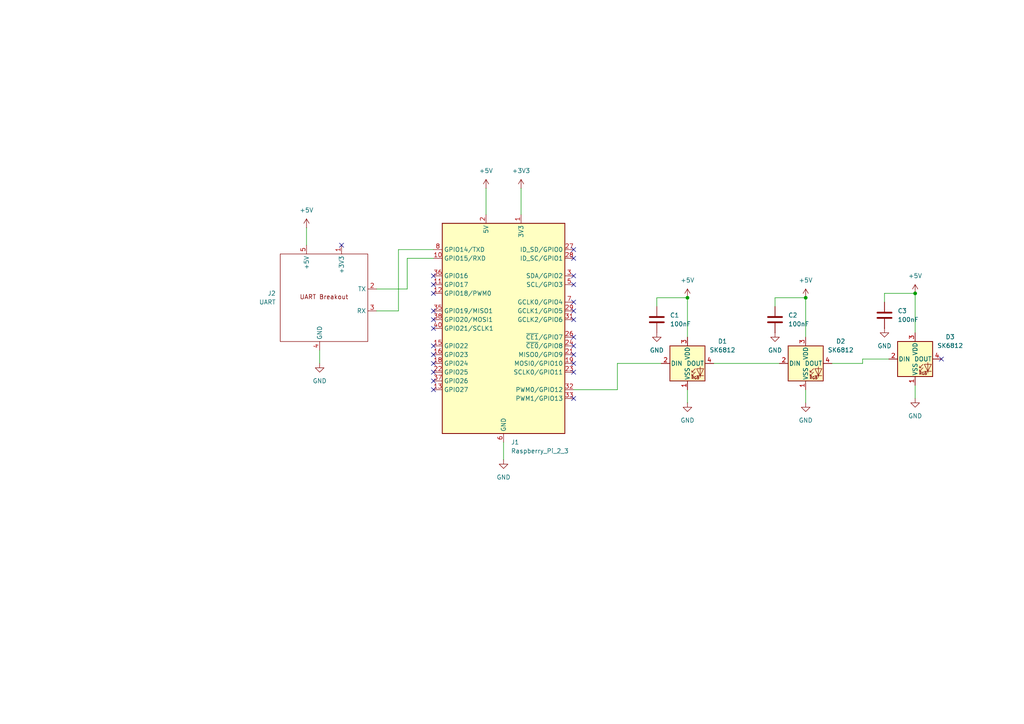
<source format=kicad_sch>
(kicad_sch
	(version 20250114)
	(generator "eeschema")
	(generator_version "9.0")
	(uuid "604ad3f1-983e-4e9b-bacf-93af136be8cb")
	(paper "A4")
	(lib_symbols
		(symbol "Connector:Raspberry_Pi_2_3"
			(exclude_from_sim no)
			(in_bom yes)
			(on_board yes)
			(property "Reference" "J"
				(at -17.78 31.75 0)
				(effects
					(font
						(size 1.27 1.27)
					)
					(justify left bottom)
				)
			)
			(property "Value" "Raspberry_Pi_2_3"
				(at 10.16 -31.75 0)
				(effects
					(font
						(size 1.27 1.27)
					)
					(justify left top)
				)
			)
			(property "Footprint" ""
				(at 0 0 0)
				(effects
					(font
						(size 1.27 1.27)
					)
					(hide yes)
				)
			)
			(property "Datasheet" "https://www.raspberrypi.org/documentation/hardware/raspberrypi/schematics/rpi_SCH_3bplus_1p0_reduced.pdf"
				(at 60.96 -44.45 0)
				(effects
					(font
						(size 1.27 1.27)
					)
					(hide yes)
				)
			)
			(property "Description" "expansion header for Raspberry Pi 2 & 3"
				(at 0 0 0)
				(effects
					(font
						(size 1.27 1.27)
					)
					(hide yes)
				)
			)
			(property "ki_keywords" "raspberrypi gpio"
				(at 0 0 0)
				(effects
					(font
						(size 1.27 1.27)
					)
					(hide yes)
				)
			)
			(property "ki_fp_filters" "PinHeader*2x20*P2.54mm*Vertical* PinSocket*2x20*P2.54mm*Vertical*"
				(at 0 0 0)
				(effects
					(font
						(size 1.27 1.27)
					)
					(hide yes)
				)
			)
			(symbol "Raspberry_Pi_2_3_0_1"
				(rectangle
					(start -17.78 30.48)
					(end 17.78 -30.48)
					(stroke
						(width 0.254)
						(type default)
					)
					(fill
						(type background)
					)
				)
			)
			(symbol "Raspberry_Pi_2_3_1_1"
				(pin bidirectional line
					(at -20.32 22.86 0)
					(length 2.54)
					(name "GPIO14/TXD"
						(effects
							(font
								(size 1.27 1.27)
							)
						)
					)
					(number "8"
						(effects
							(font
								(size 1.27 1.27)
							)
						)
					)
				)
				(pin bidirectional line
					(at -20.32 20.32 0)
					(length 2.54)
					(name "GPIO15/RXD"
						(effects
							(font
								(size 1.27 1.27)
							)
						)
					)
					(number "10"
						(effects
							(font
								(size 1.27 1.27)
							)
						)
					)
				)
				(pin bidirectional line
					(at -20.32 15.24 0)
					(length 2.54)
					(name "GPIO16"
						(effects
							(font
								(size 1.27 1.27)
							)
						)
					)
					(number "36"
						(effects
							(font
								(size 1.27 1.27)
							)
						)
					)
				)
				(pin bidirectional line
					(at -20.32 12.7 0)
					(length 2.54)
					(name "GPIO17"
						(effects
							(font
								(size 1.27 1.27)
							)
						)
					)
					(number "11"
						(effects
							(font
								(size 1.27 1.27)
							)
						)
					)
				)
				(pin bidirectional line
					(at -20.32 10.16 0)
					(length 2.54)
					(name "GPIO18/PWM0"
						(effects
							(font
								(size 1.27 1.27)
							)
						)
					)
					(number "12"
						(effects
							(font
								(size 1.27 1.27)
							)
						)
					)
				)
				(pin bidirectional line
					(at -20.32 5.08 0)
					(length 2.54)
					(name "GPIO19/MISO1"
						(effects
							(font
								(size 1.27 1.27)
							)
						)
					)
					(number "35"
						(effects
							(font
								(size 1.27 1.27)
							)
						)
					)
				)
				(pin bidirectional line
					(at -20.32 2.54 0)
					(length 2.54)
					(name "GPIO20/MOSI1"
						(effects
							(font
								(size 1.27 1.27)
							)
						)
					)
					(number "38"
						(effects
							(font
								(size 1.27 1.27)
							)
						)
					)
				)
				(pin bidirectional line
					(at -20.32 0 0)
					(length 2.54)
					(name "GPIO21/SCLK1"
						(effects
							(font
								(size 1.27 1.27)
							)
						)
					)
					(number "40"
						(effects
							(font
								(size 1.27 1.27)
							)
						)
					)
				)
				(pin bidirectional line
					(at -20.32 -5.08 0)
					(length 2.54)
					(name "GPIO22"
						(effects
							(font
								(size 1.27 1.27)
							)
						)
					)
					(number "15"
						(effects
							(font
								(size 1.27 1.27)
							)
						)
					)
				)
				(pin bidirectional line
					(at -20.32 -7.62 0)
					(length 2.54)
					(name "GPIO23"
						(effects
							(font
								(size 1.27 1.27)
							)
						)
					)
					(number "16"
						(effects
							(font
								(size 1.27 1.27)
							)
						)
					)
				)
				(pin bidirectional line
					(at -20.32 -10.16 0)
					(length 2.54)
					(name "GPIO24"
						(effects
							(font
								(size 1.27 1.27)
							)
						)
					)
					(number "18"
						(effects
							(font
								(size 1.27 1.27)
							)
						)
					)
				)
				(pin bidirectional line
					(at -20.32 -12.7 0)
					(length 2.54)
					(name "GPIO25"
						(effects
							(font
								(size 1.27 1.27)
							)
						)
					)
					(number "22"
						(effects
							(font
								(size 1.27 1.27)
							)
						)
					)
				)
				(pin bidirectional line
					(at -20.32 -15.24 0)
					(length 2.54)
					(name "GPIO26"
						(effects
							(font
								(size 1.27 1.27)
							)
						)
					)
					(number "37"
						(effects
							(font
								(size 1.27 1.27)
							)
						)
					)
				)
				(pin bidirectional line
					(at -20.32 -17.78 0)
					(length 2.54)
					(name "GPIO27"
						(effects
							(font
								(size 1.27 1.27)
							)
						)
					)
					(number "13"
						(effects
							(font
								(size 1.27 1.27)
							)
						)
					)
				)
				(pin power_in line
					(at -5.08 33.02 270)
					(length 2.54)
					(name "5V"
						(effects
							(font
								(size 1.27 1.27)
							)
						)
					)
					(number "2"
						(effects
							(font
								(size 1.27 1.27)
							)
						)
					)
				)
				(pin passive line
					(at -5.08 33.02 270)
					(length 2.54)
					(hide yes)
					(name "5V"
						(effects
							(font
								(size 1.27 1.27)
							)
						)
					)
					(number "4"
						(effects
							(font
								(size 1.27 1.27)
							)
						)
					)
				)
				(pin passive line
					(at 0 -33.02 90)
					(length 2.54)
					(hide yes)
					(name "GND"
						(effects
							(font
								(size 1.27 1.27)
							)
						)
					)
					(number "14"
						(effects
							(font
								(size 1.27 1.27)
							)
						)
					)
				)
				(pin passive line
					(at 0 -33.02 90)
					(length 2.54)
					(hide yes)
					(name "GND"
						(effects
							(font
								(size 1.27 1.27)
							)
						)
					)
					(number "20"
						(effects
							(font
								(size 1.27 1.27)
							)
						)
					)
				)
				(pin passive line
					(at 0 -33.02 90)
					(length 2.54)
					(hide yes)
					(name "GND"
						(effects
							(font
								(size 1.27 1.27)
							)
						)
					)
					(number "25"
						(effects
							(font
								(size 1.27 1.27)
							)
						)
					)
				)
				(pin passive line
					(at 0 -33.02 90)
					(length 2.54)
					(hide yes)
					(name "GND"
						(effects
							(font
								(size 1.27 1.27)
							)
						)
					)
					(number "30"
						(effects
							(font
								(size 1.27 1.27)
							)
						)
					)
				)
				(pin passive line
					(at 0 -33.02 90)
					(length 2.54)
					(hide yes)
					(name "GND"
						(effects
							(font
								(size 1.27 1.27)
							)
						)
					)
					(number "34"
						(effects
							(font
								(size 1.27 1.27)
							)
						)
					)
				)
				(pin passive line
					(at 0 -33.02 90)
					(length 2.54)
					(hide yes)
					(name "GND"
						(effects
							(font
								(size 1.27 1.27)
							)
						)
					)
					(number "39"
						(effects
							(font
								(size 1.27 1.27)
							)
						)
					)
				)
				(pin power_in line
					(at 0 -33.02 90)
					(length 2.54)
					(name "GND"
						(effects
							(font
								(size 1.27 1.27)
							)
						)
					)
					(number "6"
						(effects
							(font
								(size 1.27 1.27)
							)
						)
					)
				)
				(pin passive line
					(at 0 -33.02 90)
					(length 2.54)
					(hide yes)
					(name "GND"
						(effects
							(font
								(size 1.27 1.27)
							)
						)
					)
					(number "9"
						(effects
							(font
								(size 1.27 1.27)
							)
						)
					)
				)
				(pin power_in line
					(at 5.08 33.02 270)
					(length 2.54)
					(name "3V3"
						(effects
							(font
								(size 1.27 1.27)
							)
						)
					)
					(number "1"
						(effects
							(font
								(size 1.27 1.27)
							)
						)
					)
				)
				(pin passive line
					(at 5.08 33.02 270)
					(length 2.54)
					(hide yes)
					(name "3V3"
						(effects
							(font
								(size 1.27 1.27)
							)
						)
					)
					(number "17"
						(effects
							(font
								(size 1.27 1.27)
							)
						)
					)
				)
				(pin bidirectional line
					(at 20.32 22.86 180)
					(length 2.54)
					(name "ID_SD/GPIO0"
						(effects
							(font
								(size 1.27 1.27)
							)
						)
					)
					(number "27"
						(effects
							(font
								(size 1.27 1.27)
							)
						)
					)
				)
				(pin bidirectional line
					(at 20.32 20.32 180)
					(length 2.54)
					(name "ID_SC/GPIO1"
						(effects
							(font
								(size 1.27 1.27)
							)
						)
					)
					(number "28"
						(effects
							(font
								(size 1.27 1.27)
							)
						)
					)
				)
				(pin bidirectional line
					(at 20.32 15.24 180)
					(length 2.54)
					(name "SDA/GPIO2"
						(effects
							(font
								(size 1.27 1.27)
							)
						)
					)
					(number "3"
						(effects
							(font
								(size 1.27 1.27)
							)
						)
					)
				)
				(pin bidirectional line
					(at 20.32 12.7 180)
					(length 2.54)
					(name "SCL/GPIO3"
						(effects
							(font
								(size 1.27 1.27)
							)
						)
					)
					(number "5"
						(effects
							(font
								(size 1.27 1.27)
							)
						)
					)
				)
				(pin bidirectional line
					(at 20.32 7.62 180)
					(length 2.54)
					(name "GCLK0/GPIO4"
						(effects
							(font
								(size 1.27 1.27)
							)
						)
					)
					(number "7"
						(effects
							(font
								(size 1.27 1.27)
							)
						)
					)
				)
				(pin bidirectional line
					(at 20.32 5.08 180)
					(length 2.54)
					(name "GCLK1/GPIO5"
						(effects
							(font
								(size 1.27 1.27)
							)
						)
					)
					(number "29"
						(effects
							(font
								(size 1.27 1.27)
							)
						)
					)
				)
				(pin bidirectional line
					(at 20.32 2.54 180)
					(length 2.54)
					(name "GCLK2/GPIO6"
						(effects
							(font
								(size 1.27 1.27)
							)
						)
					)
					(number "31"
						(effects
							(font
								(size 1.27 1.27)
							)
						)
					)
				)
				(pin bidirectional line
					(at 20.32 -2.54 180)
					(length 2.54)
					(name "~{CE1}/GPIO7"
						(effects
							(font
								(size 1.27 1.27)
							)
						)
					)
					(number "26"
						(effects
							(font
								(size 1.27 1.27)
							)
						)
					)
				)
				(pin bidirectional line
					(at 20.32 -5.08 180)
					(length 2.54)
					(name "~{CE0}/GPIO8"
						(effects
							(font
								(size 1.27 1.27)
							)
						)
					)
					(number "24"
						(effects
							(font
								(size 1.27 1.27)
							)
						)
					)
				)
				(pin bidirectional line
					(at 20.32 -7.62 180)
					(length 2.54)
					(name "MISO0/GPIO9"
						(effects
							(font
								(size 1.27 1.27)
							)
						)
					)
					(number "21"
						(effects
							(font
								(size 1.27 1.27)
							)
						)
					)
				)
				(pin bidirectional line
					(at 20.32 -10.16 180)
					(length 2.54)
					(name "MOSI0/GPIO10"
						(effects
							(font
								(size 1.27 1.27)
							)
						)
					)
					(number "19"
						(effects
							(font
								(size 1.27 1.27)
							)
						)
					)
				)
				(pin bidirectional line
					(at 20.32 -12.7 180)
					(length 2.54)
					(name "SCLK0/GPIO11"
						(effects
							(font
								(size 1.27 1.27)
							)
						)
					)
					(number "23"
						(effects
							(font
								(size 1.27 1.27)
							)
						)
					)
				)
				(pin bidirectional line
					(at 20.32 -17.78 180)
					(length 2.54)
					(name "PWM0/GPIO12"
						(effects
							(font
								(size 1.27 1.27)
							)
						)
					)
					(number "32"
						(effects
							(font
								(size 1.27 1.27)
							)
						)
					)
				)
				(pin bidirectional line
					(at 20.32 -20.32 180)
					(length 2.54)
					(name "PWM1/GPIO13"
						(effects
							(font
								(size 1.27 1.27)
							)
						)
					)
					(number "33"
						(effects
							(font
								(size 1.27 1.27)
							)
						)
					)
				)
			)
			(embedded_fonts no)
		)
		(symbol "Device:C"
			(pin_numbers
				(hide yes)
			)
			(pin_names
				(offset 0.254)
			)
			(exclude_from_sim no)
			(in_bom yes)
			(on_board yes)
			(property "Reference" "C"
				(at 0.635 2.54 0)
				(effects
					(font
						(size 1.27 1.27)
					)
					(justify left)
				)
			)
			(property "Value" "C"
				(at 0.635 -2.54 0)
				(effects
					(font
						(size 1.27 1.27)
					)
					(justify left)
				)
			)
			(property "Footprint" ""
				(at 0.9652 -3.81 0)
				(effects
					(font
						(size 1.27 1.27)
					)
					(hide yes)
				)
			)
			(property "Datasheet" "~"
				(at 0 0 0)
				(effects
					(font
						(size 1.27 1.27)
					)
					(hide yes)
				)
			)
			(property "Description" "Unpolarized capacitor"
				(at 0 0 0)
				(effects
					(font
						(size 1.27 1.27)
					)
					(hide yes)
				)
			)
			(property "ki_keywords" "cap capacitor"
				(at 0 0 0)
				(effects
					(font
						(size 1.27 1.27)
					)
					(hide yes)
				)
			)
			(property "ki_fp_filters" "C_*"
				(at 0 0 0)
				(effects
					(font
						(size 1.27 1.27)
					)
					(hide yes)
				)
			)
			(symbol "C_0_1"
				(polyline
					(pts
						(xy -2.032 0.762) (xy 2.032 0.762)
					)
					(stroke
						(width 0.508)
						(type default)
					)
					(fill
						(type none)
					)
				)
				(polyline
					(pts
						(xy -2.032 -0.762) (xy 2.032 -0.762)
					)
					(stroke
						(width 0.508)
						(type default)
					)
					(fill
						(type none)
					)
				)
			)
			(symbol "C_1_1"
				(pin passive line
					(at 0 3.81 270)
					(length 2.794)
					(name "~"
						(effects
							(font
								(size 1.27 1.27)
							)
						)
					)
					(number "1"
						(effects
							(font
								(size 1.27 1.27)
							)
						)
					)
				)
				(pin passive line
					(at 0 -3.81 90)
					(length 2.794)
					(name "~"
						(effects
							(font
								(size 1.27 1.27)
							)
						)
					)
					(number "2"
						(effects
							(font
								(size 1.27 1.27)
							)
						)
					)
				)
			)
			(embedded_fonts no)
		)
		(symbol "LED:SK6812"
			(pin_names
				(offset 0.254)
			)
			(exclude_from_sim no)
			(in_bom yes)
			(on_board yes)
			(property "Reference" "D"
				(at 5.08 5.715 0)
				(effects
					(font
						(size 1.27 1.27)
					)
					(justify right bottom)
				)
			)
			(property "Value" "SK6812"
				(at 1.27 -5.715 0)
				(effects
					(font
						(size 1.27 1.27)
					)
					(justify left top)
				)
			)
			(property "Footprint" "LED_SMD:LED_SK6812_PLCC4_5.0x5.0mm_P3.2mm"
				(at 1.27 -7.62 0)
				(effects
					(font
						(size 1.27 1.27)
					)
					(justify left top)
					(hide yes)
				)
			)
			(property "Datasheet" "https://cdn-shop.adafruit.com/product-files/1138/SK6812+LED+datasheet+.pdf"
				(at 2.54 -9.525 0)
				(effects
					(font
						(size 1.27 1.27)
					)
					(justify left top)
					(hide yes)
				)
			)
			(property "Description" "RGB LED with integrated controller"
				(at 0 0 0)
				(effects
					(font
						(size 1.27 1.27)
					)
					(hide yes)
				)
			)
			(property "ki_keywords" "RGB LED NeoPixel addressable"
				(at 0 0 0)
				(effects
					(font
						(size 1.27 1.27)
					)
					(hide yes)
				)
			)
			(property "ki_fp_filters" "LED*SK6812*PLCC*5.0x5.0mm*P3.2mm*"
				(at 0 0 0)
				(effects
					(font
						(size 1.27 1.27)
					)
					(hide yes)
				)
			)
			(symbol "SK6812_0_0"
				(text "RGB"
					(at 2.286 -4.191 0)
					(effects
						(font
							(size 0.762 0.762)
						)
					)
				)
			)
			(symbol "SK6812_0_1"
				(polyline
					(pts
						(xy 1.27 -2.54) (xy 1.778 -2.54)
					)
					(stroke
						(width 0)
						(type default)
					)
					(fill
						(type none)
					)
				)
				(polyline
					(pts
						(xy 1.27 -3.556) (xy 1.778 -3.556)
					)
					(stroke
						(width 0)
						(type default)
					)
					(fill
						(type none)
					)
				)
				(polyline
					(pts
						(xy 2.286 -1.524) (xy 1.27 -2.54) (xy 1.27 -2.032)
					)
					(stroke
						(width 0)
						(type default)
					)
					(fill
						(type none)
					)
				)
				(polyline
					(pts
						(xy 2.286 -2.54) (xy 1.27 -3.556) (xy 1.27 -3.048)
					)
					(stroke
						(width 0)
						(type default)
					)
					(fill
						(type none)
					)
				)
				(polyline
					(pts
						(xy 3.683 -1.016) (xy 3.683 -3.556) (xy 3.683 -4.064)
					)
					(stroke
						(width 0)
						(type default)
					)
					(fill
						(type none)
					)
				)
				(polyline
					(pts
						(xy 4.699 -1.524) (xy 2.667 -1.524) (xy 3.683 -3.556) (xy 4.699 -1.524)
					)
					(stroke
						(width 0)
						(type default)
					)
					(fill
						(type none)
					)
				)
				(polyline
					(pts
						(xy 4.699 -3.556) (xy 2.667 -3.556)
					)
					(stroke
						(width 0)
						(type default)
					)
					(fill
						(type none)
					)
				)
				(rectangle
					(start 5.08 5.08)
					(end -5.08 -5.08)
					(stroke
						(width 0.254)
						(type default)
					)
					(fill
						(type background)
					)
				)
			)
			(symbol "SK6812_1_1"
				(pin input line
					(at -7.62 0 0)
					(length 2.54)
					(name "DIN"
						(effects
							(font
								(size 1.27 1.27)
							)
						)
					)
					(number "2"
						(effects
							(font
								(size 1.27 1.27)
							)
						)
					)
				)
				(pin power_in line
					(at 0 7.62 270)
					(length 2.54)
					(name "VDD"
						(effects
							(font
								(size 1.27 1.27)
							)
						)
					)
					(number "3"
						(effects
							(font
								(size 1.27 1.27)
							)
						)
					)
				)
				(pin power_in line
					(at 0 -7.62 90)
					(length 2.54)
					(name "VSS"
						(effects
							(font
								(size 1.27 1.27)
							)
						)
					)
					(number "1"
						(effects
							(font
								(size 1.27 1.27)
							)
						)
					)
				)
				(pin output line
					(at 7.62 0 180)
					(length 2.54)
					(name "DOUT"
						(effects
							(font
								(size 1.27 1.27)
							)
						)
					)
					(number "4"
						(effects
							(font
								(size 1.27 1.27)
							)
						)
					)
				)
			)
			(embedded_fonts no)
		)
		(symbol "pcb_lab_v2_base:UART_Breakout"
			(exclude_from_sim no)
			(in_bom yes)
			(on_board yes)
			(property "Reference" "J"
				(at 0 0 0)
				(effects
					(font
						(size 1.27 1.27)
					)
				)
			)
			(property "Value" ""
				(at 0 0 0)
				(effects
					(font
						(size 1.27 1.27)
					)
				)
			)
			(property "Footprint" ""
				(at 0 0 0)
				(effects
					(font
						(size 1.27 1.27)
					)
					(hide yes)
				)
			)
			(property "Datasheet" ""
				(at 0 0 0)
				(effects
					(font
						(size 1.27 1.27)
					)
					(hide yes)
				)
			)
			(property "Description" ""
				(at 0 0 0)
				(effects
					(font
						(size 1.27 1.27)
					)
					(hide yes)
				)
			)
			(symbol "UART_Breakout_0_1"
				(rectangle
					(start 2.54 0)
					(end 27.94 -25.4)
					(stroke
						(width 0)
						(type default)
					)
					(fill
						(type none)
					)
				)
			)
			(symbol "UART_Breakout_1_1"
				(text "UART Breakout"
					(at 15.24 -12.446 0)
					(effects
						(font
							(size 1.27 1.27)
						)
					)
				)
				(pin power_out line
					(at 10.16 2.54 270)
					(length 2.54)
					(name "+5V"
						(effects
							(font
								(size 1.27 1.27)
							)
						)
					)
					(number "5"
						(effects
							(font
								(size 1.27 1.27)
							)
						)
					)
				)
				(pin power_out line
					(at 13.97 -27.94 90)
					(length 2.54)
					(name "GND"
						(effects
							(font
								(size 1.27 1.27)
							)
						)
					)
					(number "4"
						(effects
							(font
								(size 1.27 1.27)
							)
						)
					)
				)
				(pin power_out line
					(at 20.32 2.54 270)
					(length 2.54)
					(name "+3V3"
						(effects
							(font
								(size 1.27 1.27)
							)
						)
					)
					(number "1"
						(effects
							(font
								(size 1.27 1.27)
							)
						)
					)
				)
				(pin output line
					(at 30.48 -10.16 180)
					(length 2.54)
					(name "TX"
						(effects
							(font
								(size 1.27 1.27)
							)
						)
					)
					(number "2"
						(effects
							(font
								(size 1.27 1.27)
							)
						)
					)
				)
				(pin input line
					(at 30.48 -16.51 180)
					(length 2.54)
					(name "RX"
						(effects
							(font
								(size 1.27 1.27)
							)
						)
					)
					(number "3"
						(effects
							(font
								(size 1.27 1.27)
							)
						)
					)
				)
			)
			(embedded_fonts no)
		)
		(symbol "power:+3V3"
			(power)
			(pin_numbers
				(hide yes)
			)
			(pin_names
				(offset 0)
				(hide yes)
			)
			(exclude_from_sim no)
			(in_bom yes)
			(on_board yes)
			(property "Reference" "#PWR"
				(at 0 -3.81 0)
				(effects
					(font
						(size 1.27 1.27)
					)
					(hide yes)
				)
			)
			(property "Value" "+3V3"
				(at 0 3.556 0)
				(effects
					(font
						(size 1.27 1.27)
					)
				)
			)
			(property "Footprint" ""
				(at 0 0 0)
				(effects
					(font
						(size 1.27 1.27)
					)
					(hide yes)
				)
			)
			(property "Datasheet" ""
				(at 0 0 0)
				(effects
					(font
						(size 1.27 1.27)
					)
					(hide yes)
				)
			)
			(property "Description" "Power symbol creates a global label with name \"+3V3\""
				(at 0 0 0)
				(effects
					(font
						(size 1.27 1.27)
					)
					(hide yes)
				)
			)
			(property "ki_keywords" "global power"
				(at 0 0 0)
				(effects
					(font
						(size 1.27 1.27)
					)
					(hide yes)
				)
			)
			(symbol "+3V3_0_1"
				(polyline
					(pts
						(xy -0.762 1.27) (xy 0 2.54)
					)
					(stroke
						(width 0)
						(type default)
					)
					(fill
						(type none)
					)
				)
				(polyline
					(pts
						(xy 0 2.54) (xy 0.762 1.27)
					)
					(stroke
						(width 0)
						(type default)
					)
					(fill
						(type none)
					)
				)
				(polyline
					(pts
						(xy 0 0) (xy 0 2.54)
					)
					(stroke
						(width 0)
						(type default)
					)
					(fill
						(type none)
					)
				)
			)
			(symbol "+3V3_1_1"
				(pin power_in line
					(at 0 0 90)
					(length 0)
					(name "~"
						(effects
							(font
								(size 1.27 1.27)
							)
						)
					)
					(number "1"
						(effects
							(font
								(size 1.27 1.27)
							)
						)
					)
				)
			)
			(embedded_fonts no)
		)
		(symbol "power:+5V"
			(power)
			(pin_numbers
				(hide yes)
			)
			(pin_names
				(offset 0)
				(hide yes)
			)
			(exclude_from_sim no)
			(in_bom yes)
			(on_board yes)
			(property "Reference" "#PWR"
				(at 0 -3.81 0)
				(effects
					(font
						(size 1.27 1.27)
					)
					(hide yes)
				)
			)
			(property "Value" "+5V"
				(at 0 3.556 0)
				(effects
					(font
						(size 1.27 1.27)
					)
				)
			)
			(property "Footprint" ""
				(at 0 0 0)
				(effects
					(font
						(size 1.27 1.27)
					)
					(hide yes)
				)
			)
			(property "Datasheet" ""
				(at 0 0 0)
				(effects
					(font
						(size 1.27 1.27)
					)
					(hide yes)
				)
			)
			(property "Description" "Power symbol creates a global label with name \"+5V\""
				(at 0 0 0)
				(effects
					(font
						(size 1.27 1.27)
					)
					(hide yes)
				)
			)
			(property "ki_keywords" "global power"
				(at 0 0 0)
				(effects
					(font
						(size 1.27 1.27)
					)
					(hide yes)
				)
			)
			(symbol "+5V_0_1"
				(polyline
					(pts
						(xy -0.762 1.27) (xy 0 2.54)
					)
					(stroke
						(width 0)
						(type default)
					)
					(fill
						(type none)
					)
				)
				(polyline
					(pts
						(xy 0 2.54) (xy 0.762 1.27)
					)
					(stroke
						(width 0)
						(type default)
					)
					(fill
						(type none)
					)
				)
				(polyline
					(pts
						(xy 0 0) (xy 0 2.54)
					)
					(stroke
						(width 0)
						(type default)
					)
					(fill
						(type none)
					)
				)
			)
			(symbol "+5V_1_1"
				(pin power_in line
					(at 0 0 90)
					(length 0)
					(name "~"
						(effects
							(font
								(size 1.27 1.27)
							)
						)
					)
					(number "1"
						(effects
							(font
								(size 1.27 1.27)
							)
						)
					)
				)
			)
			(embedded_fonts no)
		)
		(symbol "power:GND"
			(power)
			(pin_numbers
				(hide yes)
			)
			(pin_names
				(offset 0)
				(hide yes)
			)
			(exclude_from_sim no)
			(in_bom yes)
			(on_board yes)
			(property "Reference" "#PWR"
				(at 0 -6.35 0)
				(effects
					(font
						(size 1.27 1.27)
					)
					(hide yes)
				)
			)
			(property "Value" "GND"
				(at 0 -3.81 0)
				(effects
					(font
						(size 1.27 1.27)
					)
				)
			)
			(property "Footprint" ""
				(at 0 0 0)
				(effects
					(font
						(size 1.27 1.27)
					)
					(hide yes)
				)
			)
			(property "Datasheet" ""
				(at 0 0 0)
				(effects
					(font
						(size 1.27 1.27)
					)
					(hide yes)
				)
			)
			(property "Description" "Power symbol creates a global label with name \"GND\" , ground"
				(at 0 0 0)
				(effects
					(font
						(size 1.27 1.27)
					)
					(hide yes)
				)
			)
			(property "ki_keywords" "global power"
				(at 0 0 0)
				(effects
					(font
						(size 1.27 1.27)
					)
					(hide yes)
				)
			)
			(symbol "GND_0_1"
				(polyline
					(pts
						(xy 0 0) (xy 0 -1.27) (xy 1.27 -1.27) (xy 0 -2.54) (xy -1.27 -1.27) (xy 0 -1.27)
					)
					(stroke
						(width 0)
						(type default)
					)
					(fill
						(type none)
					)
				)
			)
			(symbol "GND_1_1"
				(pin power_in line
					(at 0 0 270)
					(length 0)
					(name "~"
						(effects
							(font
								(size 1.27 1.27)
							)
						)
					)
					(number "1"
						(effects
							(font
								(size 1.27 1.27)
							)
						)
					)
				)
			)
			(embedded_fonts no)
		)
	)
	(junction
		(at 199.39 86.36)
		(diameter 0)
		(color 0 0 0 0)
		(uuid "92b87c1f-acf7-44dd-953c-b5dc8a1a0f8c")
	)
	(junction
		(at 265.43 85.09)
		(diameter 0)
		(color 0 0 0 0)
		(uuid "9d38f8e4-69d3-4c07-805b-1385016acc99")
	)
	(junction
		(at 233.68 86.36)
		(diameter 0)
		(color 0 0 0 0)
		(uuid "e1afbfe7-90e6-47f7-a646-60174c0e785d")
	)
	(no_connect
		(at 166.37 97.79)
		(uuid "16e78cba-878e-4222-91e4-e088cb39aaa7")
	)
	(no_connect
		(at 125.73 80.01)
		(uuid "2127d04e-09a3-47a1-b4b8-65a05b78e9b3")
	)
	(no_connect
		(at 166.37 107.95)
		(uuid "22ccb561-7131-46ad-a21a-7e6074fe9bd1")
	)
	(no_connect
		(at 125.73 102.87)
		(uuid "23344369-0063-45f0-abbe-c7f733ad9f0a")
	)
	(no_connect
		(at 166.37 74.93)
		(uuid "2b299a07-d660-4d14-b4e9-00f2f516b48b")
	)
	(no_connect
		(at 166.37 115.57)
		(uuid "3596e9f2-ab36-42f3-81f3-54db60cd4b55")
	)
	(no_connect
		(at 125.73 92.71)
		(uuid "43b4b706-50a7-4ef3-ad5b-e81a6ccd8f1a")
	)
	(no_connect
		(at 166.37 82.55)
		(uuid "4712bfe5-3d2f-43a3-8cbd-148906d47874")
	)
	(no_connect
		(at 166.37 92.71)
		(uuid "50e0ed38-c392-4cf6-826c-a8ba53a48e19")
	)
	(no_connect
		(at 125.73 105.41)
		(uuid "52bd575c-58ea-4ae6-ac98-a4a415555ee4")
	)
	(no_connect
		(at 125.73 113.03)
		(uuid "5d9de2a9-07a8-487d-a1eb-b3eb64d0cc51")
	)
	(no_connect
		(at 273.05 104.14)
		(uuid "6140b8a3-74e5-4f7c-994a-c34ba1da514a")
	)
	(no_connect
		(at 166.37 87.63)
		(uuid "67ca73b4-735d-4fe8-b724-5560685f2086")
	)
	(no_connect
		(at 125.73 82.55)
		(uuid "8a87058d-c673-4241-807a-63d0a88e33fd")
	)
	(no_connect
		(at 125.73 85.09)
		(uuid "8e6b2ab4-7630-4434-8df1-b233a9d96f66")
	)
	(no_connect
		(at 125.73 110.49)
		(uuid "908b0fc5-d4e3-4537-9cfb-fd1782d47cdc")
	)
	(no_connect
		(at 125.73 90.17)
		(uuid "90b444c9-8bfb-4578-a19b-6e28e3afbbcd")
	)
	(no_connect
		(at 166.37 72.39)
		(uuid "977ed800-b926-4d64-8b33-52a704ac4357")
	)
	(no_connect
		(at 166.37 105.41)
		(uuid "9a0232f0-3aad-49f0-a8b7-164fc57449c6")
	)
	(no_connect
		(at 125.73 95.25)
		(uuid "9a183473-f4f5-4a4d-b207-8c637c335051")
	)
	(no_connect
		(at 166.37 90.17)
		(uuid "a6498e47-f01e-4320-9796-b295ae38fd48")
	)
	(no_connect
		(at 125.73 100.33)
		(uuid "aa51fa29-3c6b-469e-b0af-87e2e2069b7b")
	)
	(no_connect
		(at 99.06 71.12)
		(uuid "ac8c6fd4-685a-4aa4-942e-5b0c56a6c270")
	)
	(no_connect
		(at 166.37 80.01)
		(uuid "b2b7509e-7e9e-47cb-9392-35791dd83e0b")
	)
	(no_connect
		(at 166.37 100.33)
		(uuid "b871b023-1f43-414a-99e4-b73db177e7f4")
	)
	(no_connect
		(at 125.73 107.95)
		(uuid "c9a5bf4c-aa96-4abb-8829-e8400dbac3ee")
	)
	(no_connect
		(at 166.37 102.87)
		(uuid "ce7230e3-75e0-4c1e-9a79-f2f0594a1cf2")
	)
	(wire
		(pts
			(xy 151.13 54.61) (xy 151.13 62.23)
		)
		(stroke
			(width 0)
			(type default)
		)
		(uuid "09fe88be-a8aa-4299-84ea-a06137af7e9b")
	)
	(wire
		(pts
			(xy 125.73 72.39) (xy 115.57 72.39)
		)
		(stroke
			(width 0)
			(type default)
		)
		(uuid "0ac7e241-1f4a-4e52-a665-0b9838febbc8")
	)
	(wire
		(pts
			(xy 241.3 105.41) (xy 250.19 105.41)
		)
		(stroke
			(width 0)
			(type default)
		)
		(uuid "2c74bbdc-f1a9-43c3-93d0-f825928b5967")
	)
	(wire
		(pts
			(xy 118.11 83.82) (xy 118.11 74.93)
		)
		(stroke
			(width 0)
			(type default)
		)
		(uuid "36b1e43b-c2e5-4a06-a688-bef8bb8ee77d")
	)
	(wire
		(pts
			(xy 115.57 90.17) (xy 109.22 90.17)
		)
		(stroke
			(width 0)
			(type default)
		)
		(uuid "437fa352-65e3-4b10-8c98-e02c0b816743")
	)
	(wire
		(pts
			(xy 88.9 66.04) (xy 88.9 71.12)
		)
		(stroke
			(width 0)
			(type default)
		)
		(uuid "45dffc22-49c7-4bcf-b74f-a7b64aba6133")
	)
	(wire
		(pts
			(xy 190.5 88.9) (xy 190.5 86.36)
		)
		(stroke
			(width 0)
			(type default)
		)
		(uuid "473da553-1886-44a9-bea4-b84d6aa96e8c")
	)
	(wire
		(pts
			(xy 199.39 86.36) (xy 199.39 97.79)
		)
		(stroke
			(width 0)
			(type default)
		)
		(uuid "48babeba-50b3-41b4-a98b-a3331e0fd4e2")
	)
	(wire
		(pts
			(xy 109.22 83.82) (xy 118.11 83.82)
		)
		(stroke
			(width 0)
			(type default)
		)
		(uuid "4c341911-fa2e-4455-96e6-170169644616")
	)
	(wire
		(pts
			(xy 233.68 86.36) (xy 233.68 97.79)
		)
		(stroke
			(width 0)
			(type default)
		)
		(uuid "5007868c-aedb-4041-94f9-c015d7a60a55")
	)
	(wire
		(pts
			(xy 166.37 113.03) (xy 179.07 113.03)
		)
		(stroke
			(width 0)
			(type default)
		)
		(uuid "5af16eea-8278-4281-beb9-7a399440d2c4")
	)
	(wire
		(pts
			(xy 115.57 72.39) (xy 115.57 90.17)
		)
		(stroke
			(width 0)
			(type default)
		)
		(uuid "5c2d8e60-e6d4-4a92-a208-4fba582015e8")
	)
	(wire
		(pts
			(xy 224.79 86.36) (xy 233.68 86.36)
		)
		(stroke
			(width 0)
			(type default)
		)
		(uuid "720e2f5d-044a-4035-bad5-3ba5de4ce41d")
	)
	(wire
		(pts
			(xy 265.43 85.09) (xy 265.43 96.52)
		)
		(stroke
			(width 0)
			(type default)
		)
		(uuid "777b3478-e607-40b3-95a0-d12d9d772268")
	)
	(wire
		(pts
			(xy 207.01 105.41) (xy 226.06 105.41)
		)
		(stroke
			(width 0)
			(type default)
		)
		(uuid "7cdfa01f-c9ed-4129-96bf-15a65b95055e")
	)
	(wire
		(pts
			(xy 256.54 85.09) (xy 265.43 85.09)
		)
		(stroke
			(width 0)
			(type default)
		)
		(uuid "8aaf3b91-fe20-4f92-9eb0-52fd35dc2155")
	)
	(wire
		(pts
			(xy 233.68 113.03) (xy 233.68 116.84)
		)
		(stroke
			(width 0)
			(type default)
		)
		(uuid "929fb5ea-6b00-45c7-a52c-7fb0eb7735c9")
	)
	(wire
		(pts
			(xy 179.07 105.41) (xy 191.77 105.41)
		)
		(stroke
			(width 0)
			(type default)
		)
		(uuid "991c8bdb-f3db-412b-ac84-b8093663d179")
	)
	(wire
		(pts
			(xy 92.71 101.6) (xy 92.71 105.41)
		)
		(stroke
			(width 0)
			(type default)
		)
		(uuid "acc2285d-182f-4d85-92f6-44fa6d6dfe30")
	)
	(wire
		(pts
			(xy 199.39 113.03) (xy 199.39 116.84)
		)
		(stroke
			(width 0)
			(type default)
		)
		(uuid "b9e7efd7-04b3-413c-95fa-065201eb6383")
	)
	(wire
		(pts
			(xy 224.79 88.9) (xy 224.79 86.36)
		)
		(stroke
			(width 0)
			(type default)
		)
		(uuid "bbdb1007-b65e-478f-bdcc-d297827fa292")
	)
	(wire
		(pts
			(xy 250.19 105.41) (xy 250.19 104.14)
		)
		(stroke
			(width 0)
			(type default)
		)
		(uuid "c6752595-bb4e-417c-8a61-5223271ea249")
	)
	(wire
		(pts
			(xy 146.05 128.27) (xy 146.05 133.35)
		)
		(stroke
			(width 0)
			(type default)
		)
		(uuid "cef7a6ae-c8c1-4654-91d4-a6a35fa04d7c")
	)
	(wire
		(pts
			(xy 256.54 87.63) (xy 256.54 85.09)
		)
		(stroke
			(width 0)
			(type default)
		)
		(uuid "de1571ae-1ec2-4aee-96ad-0b0dceb7d353")
	)
	(wire
		(pts
			(xy 250.19 104.14) (xy 257.81 104.14)
		)
		(stroke
			(width 0)
			(type default)
		)
		(uuid "e58f7995-e9e4-432d-a580-f2970b2d8cba")
	)
	(wire
		(pts
			(xy 140.97 54.61) (xy 140.97 62.23)
		)
		(stroke
			(width 0)
			(type default)
		)
		(uuid "e811c29d-4fa1-465f-9aea-ddf093310453")
	)
	(wire
		(pts
			(xy 118.11 74.93) (xy 125.73 74.93)
		)
		(stroke
			(width 0)
			(type default)
		)
		(uuid "e8b9ce3e-ee9f-4916-ab51-0248396bc877")
	)
	(wire
		(pts
			(xy 190.5 86.36) (xy 199.39 86.36)
		)
		(stroke
			(width 0)
			(type default)
		)
		(uuid "e9578d38-f12f-4e5c-970b-ce159a8c530b")
	)
	(wire
		(pts
			(xy 179.07 113.03) (xy 179.07 105.41)
		)
		(stroke
			(width 0)
			(type default)
		)
		(uuid "ec09ba3b-3a08-444a-937d-92842952fc63")
	)
	(wire
		(pts
			(xy 265.43 111.76) (xy 265.43 115.57)
		)
		(stroke
			(width 0)
			(type default)
		)
		(uuid "ed4271dc-ccea-467a-bc9a-45589109500a")
	)
	(symbol
		(lib_id "Device:C")
		(at 190.5 92.71 0)
		(unit 1)
		(exclude_from_sim no)
		(in_bom yes)
		(on_board yes)
		(dnp no)
		(fields_autoplaced yes)
		(uuid "1c01240b-7783-46af-95cd-c335c05dbe7a")
		(property "Reference" "C1"
			(at 194.31 91.4399 0)
			(effects
				(font
					(size 1.27 1.27)
				)
				(justify left)
			)
		)
		(property "Value" "100nF"
			(at 194.31 93.9799 0)
			(effects
				(font
					(size 1.27 1.27)
				)
				(justify left)
			)
		)
		(property "Footprint" "Capacitor_SMD:C_0603_1608Metric"
			(at 191.4652 96.52 0)
			(effects
				(font
					(size 1.27 1.27)
				)
				(hide yes)
			)
		)
		(property "Datasheet" "~"
			(at 190.5 92.71 0)
			(effects
				(font
					(size 1.27 1.27)
				)
				(hide yes)
			)
		)
		(property "Description" "Unpolarized capacitor"
			(at 190.5 92.71 0)
			(effects
				(font
					(size 1.27 1.27)
				)
				(hide yes)
			)
		)
		(pin "1"
			(uuid "0897994f-0f80-41c0-b756-f68f8f8e3a71")
		)
		(pin "2"
			(uuid "da819dd1-3e31-4150-b819-987c46e717e8")
		)
		(instances
			(project ""
				(path "/604ad3f1-983e-4e9b-bacf-93af136be8cb"
					(reference "C1")
					(unit 1)
				)
			)
		)
	)
	(symbol
		(lib_id "power:GND")
		(at 224.79 96.52 0)
		(unit 1)
		(exclude_from_sim no)
		(in_bom yes)
		(on_board yes)
		(dnp no)
		(fields_autoplaced yes)
		(uuid "1fad46e0-a4bd-4ecb-b055-b8c041a3a73c")
		(property "Reference" "#PWR07"
			(at 224.79 102.87 0)
			(effects
				(font
					(size 1.27 1.27)
				)
				(hide yes)
			)
		)
		(property "Value" "GND"
			(at 224.79 101.6 0)
			(effects
				(font
					(size 1.27 1.27)
				)
			)
		)
		(property "Footprint" ""
			(at 224.79 96.52 0)
			(effects
				(font
					(size 1.27 1.27)
				)
				(hide yes)
			)
		)
		(property "Datasheet" ""
			(at 224.79 96.52 0)
			(effects
				(font
					(size 1.27 1.27)
				)
				(hide yes)
			)
		)
		(property "Description" "Power symbol creates a global label with name \"GND\" , ground"
			(at 224.79 96.52 0)
			(effects
				(font
					(size 1.27 1.27)
				)
				(hide yes)
			)
		)
		(pin "1"
			(uuid "414ca53b-a0fe-4030-b863-d2cdf24dfa10")
		)
		(instances
			(project "pcb_lab_v2_base"
				(path "/604ad3f1-983e-4e9b-bacf-93af136be8cb"
					(reference "#PWR07")
					(unit 1)
				)
			)
		)
	)
	(symbol
		(lib_id "LED:SK6812")
		(at 265.43 104.14 0)
		(unit 1)
		(exclude_from_sim no)
		(in_bom yes)
		(on_board yes)
		(dnp no)
		(fields_autoplaced yes)
		(uuid "278b7506-d3c6-43b7-896a-21db29bc56e7")
		(property "Reference" "D3"
			(at 275.59 97.7198 0)
			(effects
				(font
					(size 1.27 1.27)
				)
			)
		)
		(property "Value" "SK6812"
			(at 275.59 100.2598 0)
			(effects
				(font
					(size 1.27 1.27)
				)
			)
		)
		(property "Footprint" "LED_SMD:LED_SK6812_PLCC4_5.0x5.0mm_P3.2mm"
			(at 266.7 111.76 0)
			(effects
				(font
					(size 1.27 1.27)
				)
				(justify left top)
				(hide yes)
			)
		)
		(property "Datasheet" "https://cdn-shop.adafruit.com/product-files/1138/SK6812+LED+datasheet+.pdf"
			(at 267.97 113.665 0)
			(effects
				(font
					(size 1.27 1.27)
				)
				(justify left top)
				(hide yes)
			)
		)
		(property "Description" "RGB LED with integrated controller"
			(at 265.43 104.14 0)
			(effects
				(font
					(size 1.27 1.27)
				)
				(hide yes)
			)
		)
		(pin "3"
			(uuid "36fd626b-614e-457b-9bca-8463147641b1")
		)
		(pin "1"
			(uuid "b40154ab-f9ac-4490-b41c-42d5b86ee39a")
		)
		(pin "2"
			(uuid "13e27f73-6e50-4f30-a474-048bccb3e917")
		)
		(pin "4"
			(uuid "a83f7bfd-7f88-4831-a3c1-b1b5f8c0b810")
		)
		(instances
			(project "pcb_lab_v2_base"
				(path "/604ad3f1-983e-4e9b-bacf-93af136be8cb"
					(reference "D3")
					(unit 1)
				)
			)
		)
	)
	(symbol
		(lib_id "power:+3V3")
		(at 151.13 54.61 0)
		(unit 1)
		(exclude_from_sim no)
		(in_bom yes)
		(on_board yes)
		(dnp no)
		(fields_autoplaced yes)
		(uuid "36381fb3-7c70-4844-9d95-aaa61a4faec9")
		(property "Reference" "#PWR03"
			(at 151.13 58.42 0)
			(effects
				(font
					(size 1.27 1.27)
				)
				(hide yes)
			)
		)
		(property "Value" "+3V3"
			(at 151.13 49.53 0)
			(effects
				(font
					(size 1.27 1.27)
				)
			)
		)
		(property "Footprint" ""
			(at 151.13 54.61 0)
			(effects
				(font
					(size 1.27 1.27)
				)
				(hide yes)
			)
		)
		(property "Datasheet" ""
			(at 151.13 54.61 0)
			(effects
				(font
					(size 1.27 1.27)
				)
				(hide yes)
			)
		)
		(property "Description" "Power symbol creates a global label with name \"+3V3\""
			(at 151.13 54.61 0)
			(effects
				(font
					(size 1.27 1.27)
				)
				(hide yes)
			)
		)
		(pin "1"
			(uuid "355b496a-4e39-4d2a-aa0e-89555306817d")
		)
		(instances
			(project ""
				(path "/604ad3f1-983e-4e9b-bacf-93af136be8cb"
					(reference "#PWR03")
					(unit 1)
				)
			)
		)
	)
	(symbol
		(lib_id "power:GND")
		(at 92.71 105.41 0)
		(unit 1)
		(exclude_from_sim no)
		(in_bom yes)
		(on_board yes)
		(dnp no)
		(fields_autoplaced yes)
		(uuid "47d7c8ee-53a5-49b2-b561-4e33e2986978")
		(property "Reference" "#PWR013"
			(at 92.71 111.76 0)
			(effects
				(font
					(size 1.27 1.27)
				)
				(hide yes)
			)
		)
		(property "Value" "GND"
			(at 92.71 110.49 0)
			(effects
				(font
					(size 1.27 1.27)
				)
			)
		)
		(property "Footprint" ""
			(at 92.71 105.41 0)
			(effects
				(font
					(size 1.27 1.27)
				)
				(hide yes)
			)
		)
		(property "Datasheet" ""
			(at 92.71 105.41 0)
			(effects
				(font
					(size 1.27 1.27)
				)
				(hide yes)
			)
		)
		(property "Description" "Power symbol creates a global label with name \"GND\" , ground"
			(at 92.71 105.41 0)
			(effects
				(font
					(size 1.27 1.27)
				)
				(hide yes)
			)
		)
		(pin "1"
			(uuid "d5d8a666-5d50-41a8-bdcc-301d790649b6")
		)
		(instances
			(project ""
				(path "/604ad3f1-983e-4e9b-bacf-93af136be8cb"
					(reference "#PWR013")
					(unit 1)
				)
			)
		)
	)
	(symbol
		(lib_id "power:GND")
		(at 190.5 96.52 0)
		(unit 1)
		(exclude_from_sim no)
		(in_bom yes)
		(on_board yes)
		(dnp no)
		(fields_autoplaced yes)
		(uuid "491ac157-9fe1-46c0-b901-5395eac6e91f")
		(property "Reference" "#PWR06"
			(at 190.5 102.87 0)
			(effects
				(font
					(size 1.27 1.27)
				)
				(hide yes)
			)
		)
		(property "Value" "GND"
			(at 190.5 101.6 0)
			(effects
				(font
					(size 1.27 1.27)
				)
			)
		)
		(property "Footprint" ""
			(at 190.5 96.52 0)
			(effects
				(font
					(size 1.27 1.27)
				)
				(hide yes)
			)
		)
		(property "Datasheet" ""
			(at 190.5 96.52 0)
			(effects
				(font
					(size 1.27 1.27)
				)
				(hide yes)
			)
		)
		(property "Description" "Power symbol creates a global label with name \"GND\" , ground"
			(at 190.5 96.52 0)
			(effects
				(font
					(size 1.27 1.27)
				)
				(hide yes)
			)
		)
		(pin "1"
			(uuid "16d0ca5f-d158-445a-9a8a-7659ff4cd0f4")
		)
		(instances
			(project ""
				(path "/604ad3f1-983e-4e9b-bacf-93af136be8cb"
					(reference "#PWR06")
					(unit 1)
				)
			)
		)
	)
	(symbol
		(lib_id "LED:SK6812")
		(at 233.68 105.41 0)
		(unit 1)
		(exclude_from_sim no)
		(in_bom yes)
		(on_board yes)
		(dnp no)
		(fields_autoplaced yes)
		(uuid "49aaa7ad-52a8-4479-8fd5-6febbd86b30d")
		(property "Reference" "D2"
			(at 243.84 98.9898 0)
			(effects
				(font
					(size 1.27 1.27)
				)
			)
		)
		(property "Value" "SK6812"
			(at 243.84 101.5298 0)
			(effects
				(font
					(size 1.27 1.27)
				)
			)
		)
		(property "Footprint" "LED_SMD:LED_SK6812_PLCC4_5.0x5.0mm_P3.2mm"
			(at 234.95 113.03 0)
			(effects
				(font
					(size 1.27 1.27)
				)
				(justify left top)
				(hide yes)
			)
		)
		(property "Datasheet" "https://cdn-shop.adafruit.com/product-files/1138/SK6812+LED+datasheet+.pdf"
			(at 236.22 114.935 0)
			(effects
				(font
					(size 1.27 1.27)
				)
				(justify left top)
				(hide yes)
			)
		)
		(property "Description" "RGB LED with integrated controller"
			(at 233.68 105.41 0)
			(effects
				(font
					(size 1.27 1.27)
				)
				(hide yes)
			)
		)
		(pin "3"
			(uuid "47068971-66c9-411d-8ddc-429c04214092")
		)
		(pin "1"
			(uuid "fc364d7d-4f04-4e3f-8c01-1d7fb20fb086")
		)
		(pin "2"
			(uuid "69c658de-ad34-48e1-9fc5-950821c1d902")
		)
		(pin "4"
			(uuid "3fa2950b-9702-4eaa-ad54-ec5f54b7a265")
		)
		(instances
			(project "pcb_lab_v2_base"
				(path "/604ad3f1-983e-4e9b-bacf-93af136be8cb"
					(reference "D2")
					(unit 1)
				)
			)
		)
	)
	(symbol
		(lib_id "Device:C")
		(at 256.54 91.44 0)
		(unit 1)
		(exclude_from_sim no)
		(in_bom yes)
		(on_board yes)
		(dnp no)
		(fields_autoplaced yes)
		(uuid "4f3f0deb-f88a-4d2e-af10-c62ade21bc5c")
		(property "Reference" "C3"
			(at 260.35 90.1699 0)
			(effects
				(font
					(size 1.27 1.27)
				)
				(justify left)
			)
		)
		(property "Value" "100nF"
			(at 260.35 92.7099 0)
			(effects
				(font
					(size 1.27 1.27)
				)
				(justify left)
			)
		)
		(property "Footprint" "Capacitor_SMD:C_0603_1608Metric"
			(at 257.5052 95.25 0)
			(effects
				(font
					(size 1.27 1.27)
				)
				(hide yes)
			)
		)
		(property "Datasheet" "~"
			(at 256.54 91.44 0)
			(effects
				(font
					(size 1.27 1.27)
				)
				(hide yes)
			)
		)
		(property "Description" "Unpolarized capacitor"
			(at 256.54 91.44 0)
			(effects
				(font
					(size 1.27 1.27)
				)
				(hide yes)
			)
		)
		(pin "1"
			(uuid "01402674-c6d3-43cb-a1b2-848b1fc75e09")
		)
		(pin "2"
			(uuid "3a34d6ec-7a12-444b-8135-07047e35ae98")
		)
		(instances
			(project "pcb_lab_v2_base"
				(path "/604ad3f1-983e-4e9b-bacf-93af136be8cb"
					(reference "C3")
					(unit 1)
				)
			)
		)
	)
	(symbol
		(lib_id "power:GND")
		(at 265.43 115.57 0)
		(unit 1)
		(exclude_from_sim no)
		(in_bom yes)
		(on_board yes)
		(dnp no)
		(fields_autoplaced yes)
		(uuid "5221a303-55d5-47d1-9b9f-7458825f1089")
		(property "Reference" "#PWR012"
			(at 265.43 121.92 0)
			(effects
				(font
					(size 1.27 1.27)
				)
				(hide yes)
			)
		)
		(property "Value" "GND"
			(at 265.43 120.65 0)
			(effects
				(font
					(size 1.27 1.27)
				)
			)
		)
		(property "Footprint" ""
			(at 265.43 115.57 0)
			(effects
				(font
					(size 1.27 1.27)
				)
				(hide yes)
			)
		)
		(property "Datasheet" ""
			(at 265.43 115.57 0)
			(effects
				(font
					(size 1.27 1.27)
				)
				(hide yes)
			)
		)
		(property "Description" "Power symbol creates a global label with name \"GND\" , ground"
			(at 265.43 115.57 0)
			(effects
				(font
					(size 1.27 1.27)
				)
				(hide yes)
			)
		)
		(pin "1"
			(uuid "b6c7e755-8585-4b90-91c2-adeaf55ca589")
		)
		(instances
			(project "pcb_lab_v2_base"
				(path "/604ad3f1-983e-4e9b-bacf-93af136be8cb"
					(reference "#PWR012")
					(unit 1)
				)
			)
		)
	)
	(symbol
		(lib_id "power:+5V")
		(at 265.43 85.09 0)
		(unit 1)
		(exclude_from_sim no)
		(in_bom yes)
		(on_board yes)
		(dnp no)
		(fields_autoplaced yes)
		(uuid "5937c383-7af7-4cb9-9230-3c418fa33385")
		(property "Reference" "#PWR011"
			(at 265.43 88.9 0)
			(effects
				(font
					(size 1.27 1.27)
				)
				(hide yes)
			)
		)
		(property "Value" "+5V"
			(at 265.43 80.01 0)
			(effects
				(font
					(size 1.27 1.27)
				)
			)
		)
		(property "Footprint" ""
			(at 265.43 85.09 0)
			(effects
				(font
					(size 1.27 1.27)
				)
				(hide yes)
			)
		)
		(property "Datasheet" ""
			(at 265.43 85.09 0)
			(effects
				(font
					(size 1.27 1.27)
				)
				(hide yes)
			)
		)
		(property "Description" "Power symbol creates a global label with name \"+5V\""
			(at 265.43 85.09 0)
			(effects
				(font
					(size 1.27 1.27)
				)
				(hide yes)
			)
		)
		(pin "1"
			(uuid "f4ed1d1e-018f-49c3-9c07-33a8a7b534ed")
		)
		(instances
			(project "pcb_lab_v2_base"
				(path "/604ad3f1-983e-4e9b-bacf-93af136be8cb"
					(reference "#PWR011")
					(unit 1)
				)
			)
		)
	)
	(symbol
		(lib_id "power:GND")
		(at 233.68 116.84 0)
		(unit 1)
		(exclude_from_sim no)
		(in_bom yes)
		(on_board yes)
		(dnp no)
		(fields_autoplaced yes)
		(uuid "5bd2c559-9496-4c96-a59f-a4065f958e1e")
		(property "Reference" "#PWR09"
			(at 233.68 123.19 0)
			(effects
				(font
					(size 1.27 1.27)
				)
				(hide yes)
			)
		)
		(property "Value" "GND"
			(at 233.68 121.92 0)
			(effects
				(font
					(size 1.27 1.27)
				)
			)
		)
		(property "Footprint" ""
			(at 233.68 116.84 0)
			(effects
				(font
					(size 1.27 1.27)
				)
				(hide yes)
			)
		)
		(property "Datasheet" ""
			(at 233.68 116.84 0)
			(effects
				(font
					(size 1.27 1.27)
				)
				(hide yes)
			)
		)
		(property "Description" "Power symbol creates a global label with name \"GND\" , ground"
			(at 233.68 116.84 0)
			(effects
				(font
					(size 1.27 1.27)
				)
				(hide yes)
			)
		)
		(pin "1"
			(uuid "3bfc882a-bc95-4e7b-bec3-07018663f2e6")
		)
		(instances
			(project "pcb_lab_v2_base"
				(path "/604ad3f1-983e-4e9b-bacf-93af136be8cb"
					(reference "#PWR09")
					(unit 1)
				)
			)
		)
	)
	(symbol
		(lib_id "power:+5V")
		(at 233.68 86.36 0)
		(unit 1)
		(exclude_from_sim no)
		(in_bom yes)
		(on_board yes)
		(dnp no)
		(fields_autoplaced yes)
		(uuid "67dd0523-2408-44f9-b6a0-fb6990d7aaaa")
		(property "Reference" "#PWR08"
			(at 233.68 90.17 0)
			(effects
				(font
					(size 1.27 1.27)
				)
				(hide yes)
			)
		)
		(property "Value" "+5V"
			(at 233.68 81.28 0)
			(effects
				(font
					(size 1.27 1.27)
				)
			)
		)
		(property "Footprint" ""
			(at 233.68 86.36 0)
			(effects
				(font
					(size 1.27 1.27)
				)
				(hide yes)
			)
		)
		(property "Datasheet" ""
			(at 233.68 86.36 0)
			(effects
				(font
					(size 1.27 1.27)
				)
				(hide yes)
			)
		)
		(property "Description" "Power symbol creates a global label with name \"+5V\""
			(at 233.68 86.36 0)
			(effects
				(font
					(size 1.27 1.27)
				)
				(hide yes)
			)
		)
		(pin "1"
			(uuid "2dad480a-2f06-40fb-b9d3-0ba968b734ff")
		)
		(instances
			(project "pcb_lab_v2_base"
				(path "/604ad3f1-983e-4e9b-bacf-93af136be8cb"
					(reference "#PWR08")
					(unit 1)
				)
			)
		)
	)
	(symbol
		(lib_id "Connector:Raspberry_Pi_2_3")
		(at 146.05 95.25 0)
		(unit 1)
		(exclude_from_sim no)
		(in_bom yes)
		(on_board yes)
		(dnp no)
		(fields_autoplaced yes)
		(uuid "7b5764e6-0949-4594-b629-bb8b36cdc365")
		(property "Reference" "J1"
			(at 148.1933 128.27 0)
			(effects
				(font
					(size 1.27 1.27)
				)
				(justify left)
			)
		)
		(property "Value" "Raspberry_Pi_2_3"
			(at 148.1933 130.81 0)
			(effects
				(font
					(size 1.27 1.27)
				)
				(justify left)
			)
		)
		(property "Footprint" "Connector_PinSocket_2.54mm:PinSocket_2x20_P2.54mm_Vertical"
			(at 146.05 95.25 0)
			(effects
				(font
					(size 1.27 1.27)
				)
				(hide yes)
			)
		)
		(property "Datasheet" "https://www.raspberrypi.org/documentation/hardware/raspberrypi/schematics/rpi_SCH_3bplus_1p0_reduced.pdf"
			(at 207.01 139.7 0)
			(effects
				(font
					(size 1.27 1.27)
				)
				(hide yes)
			)
		)
		(property "Description" "expansion header for Raspberry Pi 2 & 3"
			(at 146.05 95.25 0)
			(effects
				(font
					(size 1.27 1.27)
				)
				(hide yes)
			)
		)
		(pin "24"
			(uuid "2114700f-6467-450a-8261-ce50280fd780")
		)
		(pin "38"
			(uuid "e52ab84e-d2ae-4068-8592-b69eb2a74c1c")
		)
		(pin "5"
			(uuid "7cd0fedd-5854-4a5f-8f29-6ef2bbe3fea7")
		)
		(pin "22"
			(uuid "8a925864-111a-458c-9f78-2f29795791b4")
		)
		(pin "40"
			(uuid "cf814269-fd8d-42f5-ae69-081ce458635a")
		)
		(pin "4"
			(uuid "b40b30b5-3e4a-4c05-ab25-a9fdfe5dba02")
		)
		(pin "17"
			(uuid "d4c51027-8369-4af6-81f6-7d07b52bdc05")
		)
		(pin "36"
			(uuid "b03e52d6-41e9-4970-b8c0-8c6db4fdc92c")
		)
		(pin "21"
			(uuid "43eb2602-96ea-480a-a6f7-bd243f9ef272")
		)
		(pin "35"
			(uuid "773380d2-4eb0-42d3-914c-1d9c97a481c8")
		)
		(pin "34"
			(uuid "0b71dc33-70d4-464b-ba76-8f4e5d7e9d5c")
		)
		(pin "33"
			(uuid "2dc37cf4-fb38-42ff-9ac0-8b42a7816fe2")
		)
		(pin "13"
			(uuid "0d73a654-e8f5-4a67-9962-5fd81cf88b5f")
		)
		(pin "31"
			(uuid "5beade17-841d-408c-b664-fbf10b594a42")
		)
		(pin "10"
			(uuid "5344214f-c649-4c64-a9ca-92e7654d0013")
		)
		(pin "25"
			(uuid "d89a7623-18e2-4ae5-bd23-3f4176a8fc88")
		)
		(pin "26"
			(uuid "cdd666f5-ff8e-4f38-ad17-bda6d158e7a8")
		)
		(pin "9"
			(uuid "59c2b92c-d8b8-43f7-9837-f11993ec7e61")
		)
		(pin "30"
			(uuid "0d1bee20-30e8-4eb7-880c-a73448ef927c")
		)
		(pin "16"
			(uuid "9896bc7a-9841-4d35-bbfe-1283b79da207")
		)
		(pin "18"
			(uuid "f7fe1de7-5ab1-4622-9d81-a2e026ed1896")
		)
		(pin "2"
			(uuid "9dce0bde-465b-4b89-94bc-2d37f727235b")
		)
		(pin "14"
			(uuid "25c776d1-a5e2-4d33-8b69-69ec0ded23e1")
		)
		(pin "11"
			(uuid "3c97bbbd-0215-4ebb-be40-bf6c87896103")
		)
		(pin "20"
			(uuid "56b3264a-69ba-40c9-84dc-e69280817079")
		)
		(pin "1"
			(uuid "dac2de9a-aef5-467d-b57e-4addfd4c292d")
		)
		(pin "27"
			(uuid "327822d8-b3cc-414c-90fc-d6c9105c9406")
		)
		(pin "3"
			(uuid "7e50d0fc-ab5a-4a43-8fbe-c60efdb99dd9")
		)
		(pin "7"
			(uuid "3471c769-06f7-4ae4-844f-16a6f5db7263")
		)
		(pin "12"
			(uuid "ef3b78d3-a58a-48a4-911d-c5082297d31c")
		)
		(pin "37"
			(uuid "c9914099-63a6-45f5-9fae-db88ce9e8100")
		)
		(pin "29"
			(uuid "1ab067ad-bb22-4c16-8630-364d61cfecf5")
		)
		(pin "19"
			(uuid "feb94abe-c4d7-48ce-8fee-a2432a74f577")
		)
		(pin "23"
			(uuid "712a8a74-5f65-4e88-a9e4-69367238d0da")
		)
		(pin "39"
			(uuid "b68b85e8-4b3c-4a39-903b-59aac1fa882d")
		)
		(pin "8"
			(uuid "8d115adc-fcfd-41dc-b4a7-aa71f4eb0e7c")
		)
		(pin "15"
			(uuid "acfe06f9-9a75-4641-9c80-19be3607c87a")
		)
		(pin "6"
			(uuid "8c5dca40-2eae-4b14-a8cb-b3e4fde56301")
		)
		(pin "28"
			(uuid "18656afd-4c25-4843-850e-4ec2006b1260")
		)
		(pin "32"
			(uuid "b778faeb-60a3-461f-a72b-230fdbcc5f61")
		)
		(instances
			(project ""
				(path "/604ad3f1-983e-4e9b-bacf-93af136be8cb"
					(reference "J1")
					(unit 1)
				)
			)
		)
	)
	(symbol
		(lib_id "LED:SK6812")
		(at 199.39 105.41 0)
		(unit 1)
		(exclude_from_sim no)
		(in_bom yes)
		(on_board yes)
		(dnp no)
		(fields_autoplaced yes)
		(uuid "87d544ac-3517-4b77-8040-50029b2f00fa")
		(property "Reference" "D1"
			(at 209.55 98.9898 0)
			(effects
				(font
					(size 1.27 1.27)
				)
			)
		)
		(property "Value" "SK6812"
			(at 209.55 101.5298 0)
			(effects
				(font
					(size 1.27 1.27)
				)
			)
		)
		(property "Footprint" "LED_SMD:LED_SK6812_PLCC4_5.0x5.0mm_P3.2mm"
			(at 200.66 113.03 0)
			(effects
				(font
					(size 1.27 1.27)
				)
				(justify left top)
				(hide yes)
			)
		)
		(property "Datasheet" "https://cdn-shop.adafruit.com/product-files/1138/SK6812+LED+datasheet+.pdf"
			(at 201.93 114.935 0)
			(effects
				(font
					(size 1.27 1.27)
				)
				(justify left top)
				(hide yes)
			)
		)
		(property "Description" "RGB LED with integrated controller"
			(at 199.39 105.41 0)
			(effects
				(font
					(size 1.27 1.27)
				)
				(hide yes)
			)
		)
		(pin "3"
			(uuid "ff7f64a6-1395-419c-ba47-21f0723a36ba")
		)
		(pin "1"
			(uuid "150e6df4-78da-4b44-8c85-14feee2a25a9")
		)
		(pin "2"
			(uuid "dc6d4752-885e-42cb-9f70-fe31c056774e")
		)
		(pin "4"
			(uuid "0c6d2c70-df9c-450c-a057-d48708beafe3")
		)
		(instances
			(project ""
				(path "/604ad3f1-983e-4e9b-bacf-93af136be8cb"
					(reference "D1")
					(unit 1)
				)
			)
		)
	)
	(symbol
		(lib_id "Device:C")
		(at 224.79 92.71 0)
		(unit 1)
		(exclude_from_sim no)
		(in_bom yes)
		(on_board yes)
		(dnp no)
		(fields_autoplaced yes)
		(uuid "93e70395-93bf-4ee1-aa35-18ca00b697d1")
		(property "Reference" "C2"
			(at 228.6 91.4399 0)
			(effects
				(font
					(size 1.27 1.27)
				)
				(justify left)
			)
		)
		(property "Value" "100nF"
			(at 228.6 93.9799 0)
			(effects
				(font
					(size 1.27 1.27)
				)
				(justify left)
			)
		)
		(property "Footprint" "Capacitor_SMD:C_0603_1608Metric"
			(at 225.7552 96.52 0)
			(effects
				(font
					(size 1.27 1.27)
				)
				(hide yes)
			)
		)
		(property "Datasheet" "~"
			(at 224.79 92.71 0)
			(effects
				(font
					(size 1.27 1.27)
				)
				(hide yes)
			)
		)
		(property "Description" "Unpolarized capacitor"
			(at 224.79 92.71 0)
			(effects
				(font
					(size 1.27 1.27)
				)
				(hide yes)
			)
		)
		(pin "1"
			(uuid "4bcd1f24-0f8c-4dd7-8d58-f3eb46dd21f8")
		)
		(pin "2"
			(uuid "15ac19db-b46f-4801-904a-3c60e7a4ba8a")
		)
		(instances
			(project "pcb_lab_v2_base"
				(path "/604ad3f1-983e-4e9b-bacf-93af136be8cb"
					(reference "C2")
					(unit 1)
				)
			)
		)
	)
	(symbol
		(lib_id "power:GND")
		(at 256.54 95.25 0)
		(unit 1)
		(exclude_from_sim no)
		(in_bom yes)
		(on_board yes)
		(dnp no)
		(fields_autoplaced yes)
		(uuid "a3065c94-3115-4967-a90a-363eb0bc6920")
		(property "Reference" "#PWR010"
			(at 256.54 101.6 0)
			(effects
				(font
					(size 1.27 1.27)
				)
				(hide yes)
			)
		)
		(property "Value" "GND"
			(at 256.54 100.33 0)
			(effects
				(font
					(size 1.27 1.27)
				)
			)
		)
		(property "Footprint" ""
			(at 256.54 95.25 0)
			(effects
				(font
					(size 1.27 1.27)
				)
				(hide yes)
			)
		)
		(property "Datasheet" ""
			(at 256.54 95.25 0)
			(effects
				(font
					(size 1.27 1.27)
				)
				(hide yes)
			)
		)
		(property "Description" "Power symbol creates a global label with name \"GND\" , ground"
			(at 256.54 95.25 0)
			(effects
				(font
					(size 1.27 1.27)
				)
				(hide yes)
			)
		)
		(pin "1"
			(uuid "40696e7f-4f44-49a8-b0ae-a8bb61e1a7d9")
		)
		(instances
			(project "pcb_lab_v2_base"
				(path "/604ad3f1-983e-4e9b-bacf-93af136be8cb"
					(reference "#PWR010")
					(unit 1)
				)
			)
		)
	)
	(symbol
		(lib_id "power:+5V")
		(at 88.9 66.04 0)
		(unit 1)
		(exclude_from_sim no)
		(in_bom yes)
		(on_board yes)
		(dnp no)
		(fields_autoplaced yes)
		(uuid "af4d2644-8699-4b88-8bac-662245846c63")
		(property "Reference" "#PWR014"
			(at 88.9 69.85 0)
			(effects
				(font
					(size 1.27 1.27)
				)
				(hide yes)
			)
		)
		(property "Value" "+5V"
			(at 88.9 60.96 0)
			(effects
				(font
					(size 1.27 1.27)
				)
			)
		)
		(property "Footprint" ""
			(at 88.9 66.04 0)
			(effects
				(font
					(size 1.27 1.27)
				)
				(hide yes)
			)
		)
		(property "Datasheet" ""
			(at 88.9 66.04 0)
			(effects
				(font
					(size 1.27 1.27)
				)
				(hide yes)
			)
		)
		(property "Description" "Power symbol creates a global label with name \"+5V\""
			(at 88.9 66.04 0)
			(effects
				(font
					(size 1.27 1.27)
				)
				(hide yes)
			)
		)
		(pin "1"
			(uuid "590863ea-38de-46b9-983f-5c2e21c9815c")
		)
		(instances
			(project ""
				(path "/604ad3f1-983e-4e9b-bacf-93af136be8cb"
					(reference "#PWR014")
					(unit 1)
				)
			)
		)
	)
	(symbol
		(lib_id "power:GND")
		(at 199.39 116.84 0)
		(unit 1)
		(exclude_from_sim no)
		(in_bom yes)
		(on_board yes)
		(dnp no)
		(fields_autoplaced yes)
		(uuid "c19e34bf-81cd-4121-bcc7-0e32f6c7e369")
		(property "Reference" "#PWR05"
			(at 199.39 123.19 0)
			(effects
				(font
					(size 1.27 1.27)
				)
				(hide yes)
			)
		)
		(property "Value" "GND"
			(at 199.39 121.92 0)
			(effects
				(font
					(size 1.27 1.27)
				)
			)
		)
		(property "Footprint" ""
			(at 199.39 116.84 0)
			(effects
				(font
					(size 1.27 1.27)
				)
				(hide yes)
			)
		)
		(property "Datasheet" ""
			(at 199.39 116.84 0)
			(effects
				(font
					(size 1.27 1.27)
				)
				(hide yes)
			)
		)
		(property "Description" "Power symbol creates a global label with name \"GND\" , ground"
			(at 199.39 116.84 0)
			(effects
				(font
					(size 1.27 1.27)
				)
				(hide yes)
			)
		)
		(pin "1"
			(uuid "a4068878-db32-4ad1-b265-22b4b21bd3b3")
		)
		(instances
			(project ""
				(path "/604ad3f1-983e-4e9b-bacf-93af136be8cb"
					(reference "#PWR05")
					(unit 1)
				)
			)
		)
	)
	(symbol
		(lib_id "power:GND")
		(at 146.05 133.35 0)
		(unit 1)
		(exclude_from_sim no)
		(in_bom yes)
		(on_board yes)
		(dnp no)
		(fields_autoplaced yes)
		(uuid "cb5e5d1f-8aeb-474b-8df0-2cbb1e4d70a5")
		(property "Reference" "#PWR01"
			(at 146.05 139.7 0)
			(effects
				(font
					(size 1.27 1.27)
				)
				(hide yes)
			)
		)
		(property "Value" "GND"
			(at 146.05 138.43 0)
			(effects
				(font
					(size 1.27 1.27)
				)
			)
		)
		(property "Footprint" ""
			(at 146.05 133.35 0)
			(effects
				(font
					(size 1.27 1.27)
				)
				(hide yes)
			)
		)
		(property "Datasheet" ""
			(at 146.05 133.35 0)
			(effects
				(font
					(size 1.27 1.27)
				)
				(hide yes)
			)
		)
		(property "Description" "Power symbol creates a global label with name \"GND\" , ground"
			(at 146.05 133.35 0)
			(effects
				(font
					(size 1.27 1.27)
				)
				(hide yes)
			)
		)
		(pin "1"
			(uuid "348e40c2-05fc-4540-8f92-8153bef5ca5d")
		)
		(instances
			(project ""
				(path "/604ad3f1-983e-4e9b-bacf-93af136be8cb"
					(reference "#PWR01")
					(unit 1)
				)
			)
		)
	)
	(symbol
		(lib_id "power:+5V")
		(at 199.39 86.36 0)
		(unit 1)
		(exclude_from_sim no)
		(in_bom yes)
		(on_board yes)
		(dnp no)
		(fields_autoplaced yes)
		(uuid "e033eb07-abf9-4a45-af4a-4983af32fc8b")
		(property "Reference" "#PWR04"
			(at 199.39 90.17 0)
			(effects
				(font
					(size 1.27 1.27)
				)
				(hide yes)
			)
		)
		(property "Value" "+5V"
			(at 199.39 81.28 0)
			(effects
				(font
					(size 1.27 1.27)
				)
			)
		)
		(property "Footprint" ""
			(at 199.39 86.36 0)
			(effects
				(font
					(size 1.27 1.27)
				)
				(hide yes)
			)
		)
		(property "Datasheet" ""
			(at 199.39 86.36 0)
			(effects
				(font
					(size 1.27 1.27)
				)
				(hide yes)
			)
		)
		(property "Description" "Power symbol creates a global label with name \"+5V\""
			(at 199.39 86.36 0)
			(effects
				(font
					(size 1.27 1.27)
				)
				(hide yes)
			)
		)
		(pin "1"
			(uuid "754a6a1c-64a5-4ae2-b8a3-3c08597deebf")
		)
		(instances
			(project ""
				(path "/604ad3f1-983e-4e9b-bacf-93af136be8cb"
					(reference "#PWR04")
					(unit 1)
				)
			)
		)
	)
	(symbol
		(lib_id "pcb_lab_v2_base:UART_Breakout")
		(at 78.74 73.66 0)
		(unit 1)
		(exclude_from_sim no)
		(in_bom yes)
		(on_board yes)
		(dnp no)
		(fields_autoplaced yes)
		(uuid "eaa4c5aa-0f57-456d-8db6-ee091a471127")
		(property "Reference" "J2"
			(at 80.01 85.0899 0)
			(effects
				(font
					(size 1.27 1.27)
				)
				(justify right)
			)
		)
		(property "Value" "UART"
			(at 80.01 87.6299 0)
			(effects
				(font
					(size 1.27 1.27)
				)
				(justify right)
			)
		)
		(property "Footprint" "Connector_PinSocket_2.54mm:PinSocket_1x05_P2.54mm_Vertical"
			(at 78.74 73.66 0)
			(effects
				(font
					(size 1.27 1.27)
				)
				(hide yes)
			)
		)
		(property "Datasheet" ""
			(at 78.74 73.66 0)
			(effects
				(font
					(size 1.27 1.27)
				)
				(hide yes)
			)
		)
		(property "Description" ""
			(at 78.74 73.66 0)
			(effects
				(font
					(size 1.27 1.27)
				)
				(hide yes)
			)
		)
		(pin "5"
			(uuid "67fee688-edc1-4d86-9928-afec5eeb7676")
		)
		(pin "2"
			(uuid "8e87764f-cc1f-4d4f-ae44-aba3aa18a08a")
		)
		(pin "4"
			(uuid "de01b470-46d6-48ef-b9b3-1a77d2970e60")
		)
		(pin "3"
			(uuid "8bf90488-3f55-4fd8-9870-fcc6e6086d34")
		)
		(pin "1"
			(uuid "870fadb1-159f-4938-9ca3-360007a63031")
		)
		(instances
			(project ""
				(path "/604ad3f1-983e-4e9b-bacf-93af136be8cb"
					(reference "J2")
					(unit 1)
				)
			)
		)
	)
	(symbol
		(lib_id "power:+5V")
		(at 140.97 54.61 0)
		(unit 1)
		(exclude_from_sim no)
		(in_bom yes)
		(on_board yes)
		(dnp no)
		(fields_autoplaced yes)
		(uuid "eaf64523-87d3-4301-b6fe-cec793bc55ad")
		(property "Reference" "#PWR02"
			(at 140.97 58.42 0)
			(effects
				(font
					(size 1.27 1.27)
				)
				(hide yes)
			)
		)
		(property "Value" "+5V"
			(at 140.97 49.53 0)
			(effects
				(font
					(size 1.27 1.27)
				)
			)
		)
		(property "Footprint" ""
			(at 140.97 54.61 0)
			(effects
				(font
					(size 1.27 1.27)
				)
				(hide yes)
			)
		)
		(property "Datasheet" ""
			(at 140.97 54.61 0)
			(effects
				(font
					(size 1.27 1.27)
				)
				(hide yes)
			)
		)
		(property "Description" "Power symbol creates a global label with name \"+5V\""
			(at 140.97 54.61 0)
			(effects
				(font
					(size 1.27 1.27)
				)
				(hide yes)
			)
		)
		(pin "1"
			(uuid "a886f6a1-725f-4bc5-938a-ffa19196e313")
		)
		(instances
			(project ""
				(path "/604ad3f1-983e-4e9b-bacf-93af136be8cb"
					(reference "#PWR02")
					(unit 1)
				)
			)
		)
	)
	(sheet_instances
		(path "/"
			(page "1")
		)
	)
	(embedded_fonts no)
)

</source>
